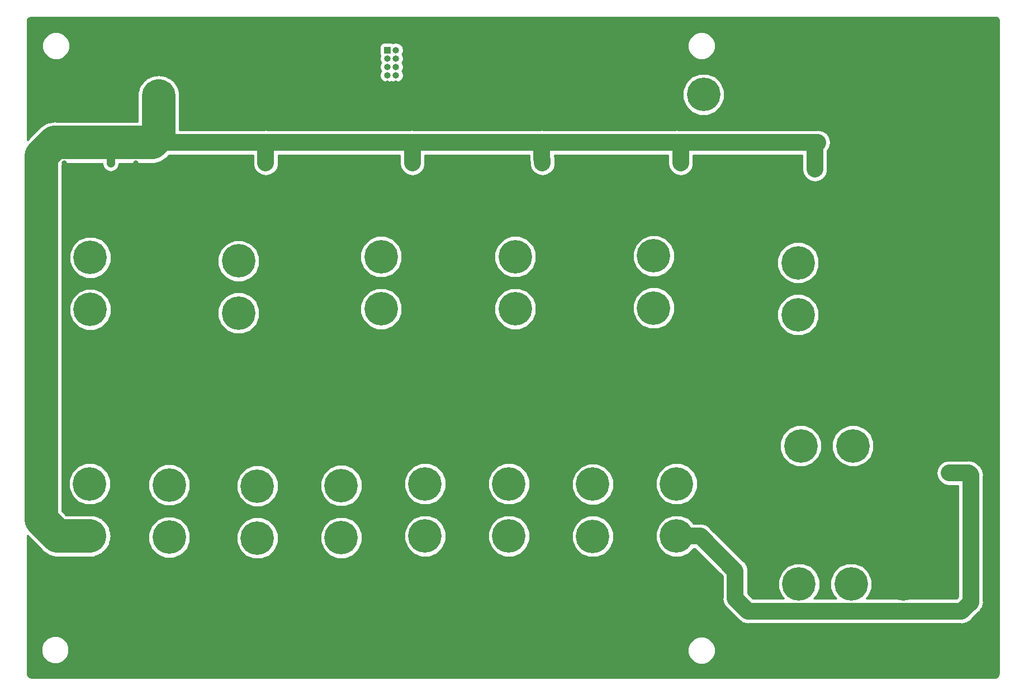
<source format=gbr>
G04 #@! TF.GenerationSoftware,KiCad,Pcbnew,(5.0.0)*
G04 #@! TF.CreationDate,2019-12-11T16:29:05-06:00*
G04 #@! TF.ProjectId,PatchPanel,506174636850616E656C2E6B69636164,rev?*
G04 #@! TF.SameCoordinates,Original*
G04 #@! TF.FileFunction,Copper,L2,Bot,Signal*
G04 #@! TF.FilePolarity,Positive*
%FSLAX46Y46*%
G04 Gerber Fmt 4.6, Leading zero omitted, Abs format (unit mm)*
G04 Created by KiCad (PCBNEW (5.0.0)) date 12/11/19 16:29:05*
%MOMM*%
%LPD*%
G01*
G04 APERTURE LIST*
G04 #@! TA.AperFunction,ComponentPad*
%ADD10C,5.080000*%
G04 #@! TD*
G04 #@! TA.AperFunction,ComponentPad*
%ADD11R,1.000000X1.000000*%
G04 #@! TD*
G04 #@! TA.AperFunction,ComponentPad*
%ADD12O,1.000000X1.000000*%
G04 #@! TD*
G04 #@! TA.AperFunction,ViaPad*
%ADD13C,0.800000*%
G04 #@! TD*
G04 #@! TA.AperFunction,Conductor*
%ADD14C,1.270000*%
G04 #@! TD*
G04 #@! TA.AperFunction,Conductor*
%ADD15C,5.080000*%
G04 #@! TD*
G04 #@! TA.AperFunction,Conductor*
%ADD16C,2.540000*%
G04 #@! TD*
G04 #@! TA.AperFunction,Conductor*
%ADD17C,0.254000*%
G04 #@! TD*
G04 APERTURE END LIST*
D10*
G04 #@! TO.P,Conn2,3*
G04 #@! TO.N,Net-(Conn2-Pad3)*
X159511782Y-132416060D03*
G04 #@! TO.P,Conn2,2*
G04 #@! TO.N,Net-(Conn2-Pad2)*
X167411782Y-132416060D03*
G04 #@! TO.P,Conn2,1*
G04 #@! TO.N,GND*
X175311782Y-132416060D03*
G04 #@! TD*
G04 #@! TO.P,Conn3,1*
G04 #@! TO.N,GND*
X74631060Y-75513218D03*
G04 #@! TO.P,Conn3,2*
G04 #@! TO.N,Net-(Conn3-Pad2)*
X74631060Y-83413218D03*
G04 #@! TO.P,Conn3,3*
G04 #@! TO.N,Net-(Conn3-Pad3)*
X74631060Y-91313218D03*
G04 #@! TD*
G04 #@! TO.P,Conn4,3*
G04 #@! TO.N,Net-(Conn4-Pad3)*
X159791782Y-111461060D03*
G04 #@! TO.P,Conn4,2*
G04 #@! TO.N,Net-(Conn4-Pad2)*
X167691782Y-111461060D03*
G04 #@! TO.P,Conn4,1*
G04 #@! TO.N,GND*
X175591782Y-111461060D03*
G04 #@! TD*
G04 #@! TO.P,Conn5,1*
G04 #@! TO.N,GND*
X96221060Y-74878218D03*
G04 #@! TO.P,Conn5,2*
G04 #@! TO.N,Net-(Conn5-Pad2)*
X96221060Y-82778218D03*
G04 #@! TO.P,Conn5,3*
G04 #@! TO.N,Net-(Conn5-Pad3)*
X96221060Y-90678218D03*
G04 #@! TD*
G04 #@! TO.P,Conn6,3*
G04 #@! TO.N,Net-(Conn6-Pad3)*
X159385000Y-91585744D03*
G04 #@! TO.P,Conn6,2*
G04 #@! TO.N,Net-(Conn6-Pad2)*
X159385000Y-83685744D03*
G04 #@! TO.P,Conn6,1*
G04 #@! TO.N,GND*
X159385000Y-75785744D03*
G04 #@! TD*
G04 #@! TO.P,Conn7,1*
G04 #@! TO.N,GND*
X116541060Y-74878218D03*
G04 #@! TO.P,Conn7,2*
G04 #@! TO.N,Net-(Conn7-Pad2)*
X116541060Y-82778218D03*
G04 #@! TO.P,Conn7,3*
G04 #@! TO.N,Net-(Conn7-Pad3)*
X116541060Y-90678218D03*
G04 #@! TD*
G04 #@! TO.P,Conn8,3*
G04 #@! TO.N,Net-(Conn8-Pad3)*
X137496060Y-90551218D03*
G04 #@! TO.P,Conn8,2*
G04 #@! TO.N,Net-(Conn8-Pad2)*
X137496060Y-82651218D03*
G04 #@! TO.P,Conn8,1*
G04 #@! TO.N,GND*
X137496060Y-74751218D03*
G04 #@! TD*
G04 #@! TO.P,Conn10,1*
G04 #@! TO.N,GND*
X77470000Y-133350000D03*
G04 #@! TO.P,Conn10,2*
G04 #@! TO.N,/Vlog*
X77470000Y-125450000D03*
G04 #@! TO.P,Conn10,3*
G04 #@! TO.N,/Vact*
X77470000Y-117550000D03*
G04 #@! TD*
G04 #@! TO.P,Conn11,3*
G04 #@! TO.N,/Vact*
X140970000Y-117221000D03*
G04 #@! TO.P,Conn11,2*
G04 #@! TO.N,/Vlog*
X140970000Y-125121000D03*
G04 #@! TO.P,Conn11,1*
G04 #@! TO.N,GND*
X140970000Y-133021000D03*
G04 #@! TD*
G04 #@! TO.P,Conn12,3*
G04 #@! TO.N,/Vact*
X90170000Y-117475000D03*
G04 #@! TO.P,Conn12,2*
G04 #@! TO.N,/Vlog*
X90170000Y-125375000D03*
G04 #@! TO.P,Conn12,1*
G04 #@! TO.N,GND*
X90170000Y-133275000D03*
G04 #@! TD*
G04 #@! TO.P,Conn13,1*
G04 #@! TO.N,GND*
X102870000Y-133021000D03*
G04 #@! TO.P,Conn13,2*
G04 #@! TO.N,/Vlog*
X102870000Y-125121000D03*
G04 #@! TO.P,Conn13,3*
G04 #@! TO.N,/Vact*
X102870000Y-117221000D03*
G04 #@! TD*
G04 #@! TO.P,Conn14,1*
G04 #@! TO.N,GND*
X115570000Y-133021000D03*
G04 #@! TO.P,Conn14,2*
G04 #@! TO.N,/Vlog*
X115570000Y-125121000D03*
G04 #@! TO.P,Conn14,3*
G04 #@! TO.N,/Vact*
X115570000Y-117221000D03*
G04 #@! TD*
G04 #@! TO.P,Conn15,3*
G04 #@! TO.N,/Vact*
X52070000Y-117221000D03*
G04 #@! TO.P,Conn15,2*
G04 #@! TO.N,/Vlog*
X52070000Y-125121000D03*
G04 #@! TO.P,Conn15,1*
G04 #@! TO.N,GND*
X52070000Y-133021000D03*
G04 #@! TD*
G04 #@! TO.P,Conn16,1*
G04 #@! TO.N,GND*
X128270000Y-133083000D03*
G04 #@! TO.P,Conn16,2*
G04 #@! TO.N,/Vlog*
X128270000Y-125183000D03*
G04 #@! TO.P,Conn16,3*
G04 #@! TO.N,/Vact*
X128270000Y-117283000D03*
G04 #@! TD*
G04 #@! TO.P,Conn1,1*
G04 #@! TO.N,GND*
X52163180Y-74979654D03*
G04 #@! TO.P,Conn1,2*
G04 #@! TO.N,Net-(Conn1-Pad2)*
X52163180Y-82879654D03*
G04 #@! TO.P,Conn1,3*
G04 #@! TO.N,Net-(Conn1-Pad3)*
X52163180Y-90779654D03*
G04 #@! TD*
G04 #@! TO.P,Conn18,1*
G04 #@! TO.N,GND*
X137160000Y-58166000D03*
G04 #@! TO.P,Conn18,2*
G04 #@! TO.N,/Vact*
X145060000Y-58166000D03*
G04 #@! TD*
G04 #@! TO.P,Conn9,1*
G04 #@! TO.N,GND*
X54610000Y-58420000D03*
G04 #@! TO.P,Conn9,2*
G04 #@! TO.N,/Vlog*
X62510000Y-58420000D03*
G04 #@! TD*
G04 #@! TO.P,Conn17,1*
G04 #@! TO.N,GND*
X64135000Y-133210000D03*
G04 #@! TO.P,Conn17,2*
G04 #@! TO.N,/Vlog*
X64135000Y-125310000D03*
G04 #@! TO.P,Conn17,3*
G04 #@! TO.N,/Vact*
X64135000Y-117410000D03*
G04 #@! TD*
D11*
G04 #@! TO.P,Conn19,1*
G04 #@! TO.N,PB1*
X97155000Y-51435000D03*
D12*
G04 #@! TO.P,Conn19,2*
G04 #@! TO.N,PB2*
X98425000Y-51435000D03*
G04 #@! TO.P,Conn19,3*
G04 #@! TO.N,PB3*
X97155000Y-52705000D03*
G04 #@! TO.P,Conn19,4*
G04 #@! TO.N,PB4*
X98425000Y-52705000D03*
G04 #@! TO.P,Conn19,5*
G04 #@! TO.N,PB5*
X97155000Y-53975000D03*
G04 #@! TO.P,Conn19,6*
G04 #@! TO.N,PB6*
X98425000Y-53975000D03*
G04 #@! TO.P,Conn19,7*
G04 #@! TO.N,PB7*
X97155000Y-55245000D03*
G04 #@! TO.P,Conn19,8*
G04 #@! TO.N,PB8*
X98425000Y-55245000D03*
G04 #@! TO.P,Conn19,9*
G04 #@! TO.N,GND*
X97155000Y-56515000D03*
G04 #@! TO.P,Conn19,10*
X98425000Y-56515000D03*
G04 #@! TD*
D13*
G04 #@! TO.N,GND*
X48260000Y-68580000D03*
X75565000Y-68580000D03*
X182245000Y-111125000D03*
X96520000Y-69215000D03*
X116205000Y-67945000D03*
X137160000Y-68580000D03*
X181610000Y-119380000D03*
X59055000Y-68580000D03*
X81915000Y-68580000D03*
X103505000Y-68580000D03*
X123825000Y-67945000D03*
X144780000Y-68580000D03*
X167005000Y-71120000D03*
X57251600Y-105384600D03*
X51993800Y-102387400D03*
X72415400Y-102946200D03*
X77774800Y-105435400D03*
X93954600Y-103149400D03*
X99110800Y-105511600D03*
X114300000Y-103251000D03*
X119481600Y-105511600D03*
X139547600Y-105308400D03*
X135204200Y-102082600D03*
X163093400Y-62433200D03*
X181089300Y-140195300D03*
X151091900Y-126479300D03*
X149860000Y-99060000D03*
X185420000Y-113030000D03*
X146050000Y-111760000D03*
G04 #@! TO.N,/Vlog*
X55245000Y-68580000D03*
X78740000Y-68580000D03*
X182245000Y-115570000D03*
X100965000Y-68580000D03*
X161925000Y-69487526D03*
X120650000Y-68580000D03*
X141605000Y-68580000D03*
X181610000Y-136525000D03*
G04 #@! TD*
D14*
G04 #@! TO.N,/Vlog*
X55245000Y-67310000D02*
X55245000Y-68580000D01*
X56515000Y-66040000D02*
X55245000Y-67310000D01*
X182245000Y-115570000D02*
X184785000Y-115570000D01*
X100965000Y-66040000D02*
X79375000Y-66040000D01*
X62865000Y-66040000D02*
X62510000Y-65685000D01*
X62865000Y-66040000D02*
X56515000Y-66040000D01*
X62510000Y-65685000D02*
X62510000Y-64452500D01*
D15*
X62510000Y-64452500D02*
X61522501Y-65439999D01*
X62510000Y-58420000D02*
X62510000Y-64452500D01*
D16*
X185521600Y-135153400D02*
X184150000Y-136525000D01*
X181610000Y-136525000D02*
X184150000Y-136525000D01*
X185229500Y-115570000D02*
X185521600Y-115862100D01*
X182245000Y-115570000D02*
X185229500Y-115570000D01*
X185521600Y-115862100D02*
X185521600Y-135153400D01*
X78740000Y-68580000D02*
X78740000Y-65439999D01*
X100965000Y-65541599D02*
X100863400Y-65439999D01*
X100965000Y-68580000D02*
X100965000Y-65541599D01*
X78740000Y-65439999D02*
X100863400Y-65439999D01*
X120573800Y-67938115D02*
X120573800Y-65439999D01*
X120650000Y-68014315D02*
X120573800Y-67938115D01*
X120650000Y-68580000D02*
X120650000Y-68014315D01*
X100863400Y-65439999D02*
X120573800Y-65439999D01*
X162324999Y-65497200D02*
X162382200Y-65439999D01*
X141605000Y-66074999D02*
X140970000Y-65439999D01*
X141605000Y-68580000D02*
X141605000Y-66074999D01*
X120573800Y-65439999D02*
X140970000Y-65439999D01*
X140970000Y-65439999D02*
X162382200Y-65439999D01*
X161925000Y-65897199D02*
X162382200Y-65439999D01*
X161925000Y-69487526D02*
X161925000Y-65897199D01*
D15*
X46752799Y-65439999D02*
X61522501Y-65439999D01*
X44725010Y-67467788D02*
X46752799Y-65439999D01*
X44725010Y-122638112D02*
X44725010Y-67467788D01*
X52070000Y-125121000D02*
X47207898Y-125121000D01*
X47207898Y-125121000D02*
X44725010Y-122638112D01*
D16*
X144562102Y-125121000D02*
X149860000Y-130418898D01*
X140970000Y-125121000D02*
X144562102Y-125121000D01*
X149860000Y-130418898D02*
X149860000Y-134620000D01*
X151765000Y-136525000D02*
X181610000Y-136525000D01*
X149860000Y-134620000D02*
X151765000Y-136525000D01*
X78740000Y-65439999D02*
X61522501Y-65439999D01*
G04 #@! TD*
D17*
G04 #@! TO.N,GND*
G36*
X189417787Y-46474065D02*
X189582920Y-46569405D01*
X189705488Y-46715477D01*
X189781555Y-46924465D01*
X189790000Y-47020996D01*
X189790001Y-145987875D01*
X189745935Y-146237787D01*
X189650596Y-146402919D01*
X189504524Y-146525488D01*
X189295532Y-146601555D01*
X189199004Y-146610000D01*
X43242119Y-146610000D01*
X42992213Y-146565935D01*
X42827081Y-146470596D01*
X42704512Y-146324524D01*
X42628445Y-146115532D01*
X42620000Y-146019004D01*
X42620000Y-141947653D01*
X44729400Y-141947653D01*
X44729400Y-142786347D01*
X45050354Y-143561199D01*
X45643401Y-144154246D01*
X46418253Y-144475200D01*
X47256947Y-144475200D01*
X48031799Y-144154246D01*
X48624846Y-143561199D01*
X48945800Y-142786347D01*
X48945800Y-142074653D01*
X142671800Y-142074653D01*
X142671800Y-142913347D01*
X142992754Y-143688199D01*
X143585801Y-144281246D01*
X144360653Y-144602200D01*
X145199347Y-144602200D01*
X145974199Y-144281246D01*
X146567246Y-143688199D01*
X146888200Y-142913347D01*
X146888200Y-142074653D01*
X146567246Y-141299801D01*
X145974199Y-140706754D01*
X145199347Y-140385800D01*
X144360653Y-140385800D01*
X143585801Y-140706754D01*
X142992754Y-141299801D01*
X142671800Y-142074653D01*
X48945800Y-142074653D01*
X48945800Y-141947653D01*
X48624846Y-141172801D01*
X48031799Y-140579754D01*
X47256947Y-140258800D01*
X46418253Y-140258800D01*
X45643401Y-140579754D01*
X45050354Y-141172801D01*
X44729400Y-141947653D01*
X42620000Y-141947653D01*
X42620000Y-125050129D01*
X42701066Y-125104295D01*
X44741716Y-127144946D01*
X44918851Y-127410047D01*
X45969075Y-128111784D01*
X46895192Y-128296000D01*
X46895193Y-128296000D01*
X47207898Y-128358201D01*
X47520603Y-128296000D01*
X52701547Y-128296000D01*
X52996117Y-128173985D01*
X53308823Y-128111784D01*
X53573923Y-127934650D01*
X53868493Y-127812635D01*
X54093947Y-127587181D01*
X54359047Y-127410047D01*
X54536181Y-127144947D01*
X54761635Y-126919493D01*
X54883650Y-126624923D01*
X55060784Y-126359823D01*
X55122985Y-126047117D01*
X55245000Y-125752547D01*
X55245000Y-125433706D01*
X55307201Y-125121000D01*
X55245000Y-124808294D01*
X55245000Y-124678453D01*
X60960000Y-124678453D01*
X60960000Y-125941547D01*
X61443365Y-127108493D01*
X62336507Y-128001635D01*
X63503453Y-128485000D01*
X64766547Y-128485000D01*
X65933493Y-128001635D01*
X66826635Y-127108493D01*
X67310000Y-125941547D01*
X67310000Y-124818453D01*
X74295000Y-124818453D01*
X74295000Y-126081547D01*
X74778365Y-127248493D01*
X75671507Y-128141635D01*
X76838453Y-128625000D01*
X78101547Y-128625000D01*
X79268493Y-128141635D01*
X80161635Y-127248493D01*
X80645000Y-126081547D01*
X80645000Y-124818453D01*
X80613934Y-124743453D01*
X86995000Y-124743453D01*
X86995000Y-126006547D01*
X87478365Y-127173493D01*
X88371507Y-128066635D01*
X89538453Y-128550000D01*
X90801547Y-128550000D01*
X91968493Y-128066635D01*
X92861635Y-127173493D01*
X93345000Y-126006547D01*
X93345000Y-124743453D01*
X93239790Y-124489453D01*
X99695000Y-124489453D01*
X99695000Y-125752547D01*
X100178365Y-126919493D01*
X101071507Y-127812635D01*
X102238453Y-128296000D01*
X103501547Y-128296000D01*
X104668493Y-127812635D01*
X105561635Y-126919493D01*
X106045000Y-125752547D01*
X106045000Y-124489453D01*
X112395000Y-124489453D01*
X112395000Y-125752547D01*
X112878365Y-126919493D01*
X113771507Y-127812635D01*
X114938453Y-128296000D01*
X116201547Y-128296000D01*
X117368493Y-127812635D01*
X118261635Y-126919493D01*
X118745000Y-125752547D01*
X118745000Y-124551453D01*
X125095000Y-124551453D01*
X125095000Y-125814547D01*
X125578365Y-126981493D01*
X126471507Y-127874635D01*
X127638453Y-128358000D01*
X128901547Y-128358000D01*
X130068493Y-127874635D01*
X130961635Y-126981493D01*
X131445000Y-125814547D01*
X131445000Y-124551453D01*
X131419319Y-124489453D01*
X137795000Y-124489453D01*
X137795000Y-125752547D01*
X138278365Y-126919493D01*
X139171507Y-127812635D01*
X140338453Y-128296000D01*
X141601547Y-128296000D01*
X142768493Y-127812635D01*
X143555128Y-127026000D01*
X143773026Y-127026000D01*
X147955000Y-131207974D01*
X147955001Y-134432375D01*
X147917680Y-134620000D01*
X148065530Y-135363294D01*
X148380290Y-135834366D01*
X148380293Y-135834369D01*
X148486573Y-135993428D01*
X148645632Y-136099708D01*
X150285292Y-137739368D01*
X150391572Y-137898428D01*
X150550631Y-138004708D01*
X150550633Y-138004710D01*
X150854833Y-138207970D01*
X151021706Y-138319471D01*
X151577374Y-138430000D01*
X151577379Y-138430000D01*
X151765000Y-138467320D01*
X151952621Y-138430000D01*
X183962379Y-138430000D01*
X184150000Y-138467320D01*
X184337621Y-138430000D01*
X184337626Y-138430000D01*
X184893294Y-138319471D01*
X185523428Y-137898428D01*
X185629710Y-137739366D01*
X186735968Y-136633109D01*
X186895028Y-136526828D01*
X187033811Y-136319126D01*
X187316070Y-135896695D01*
X187316071Y-135896694D01*
X187426600Y-135341026D01*
X187426600Y-135341022D01*
X187463920Y-135153401D01*
X187426600Y-134965780D01*
X187426600Y-116049721D01*
X187463920Y-115862100D01*
X187426600Y-115674479D01*
X187426600Y-115674474D01*
X187316071Y-115118806D01*
X186895028Y-114488672D01*
X186735966Y-114382390D01*
X186709210Y-114355634D01*
X186602928Y-114196572D01*
X185972794Y-113775529D01*
X185417126Y-113665000D01*
X185417121Y-113665000D01*
X185229500Y-113627680D01*
X185041879Y-113665000D01*
X182057374Y-113665000D01*
X181501706Y-113775529D01*
X180871572Y-114196572D01*
X180450529Y-114826706D01*
X180302679Y-115570000D01*
X180450529Y-116313294D01*
X180871572Y-116943428D01*
X181501706Y-117364471D01*
X182057374Y-117475000D01*
X183616600Y-117475000D01*
X183616601Y-134364322D01*
X183360924Y-134620000D01*
X169697970Y-134620000D01*
X170103417Y-134214553D01*
X170586782Y-133047607D01*
X170586782Y-131784513D01*
X170103417Y-130617567D01*
X169210275Y-129724425D01*
X168043329Y-129241060D01*
X166780235Y-129241060D01*
X165613289Y-129724425D01*
X164720147Y-130617567D01*
X164236782Y-131784513D01*
X164236782Y-133047607D01*
X164720147Y-134214553D01*
X165125594Y-134620000D01*
X161797970Y-134620000D01*
X162203417Y-134214553D01*
X162686782Y-133047607D01*
X162686782Y-131784513D01*
X162203417Y-130617567D01*
X161310275Y-129724425D01*
X160143329Y-129241060D01*
X158880235Y-129241060D01*
X157713289Y-129724425D01*
X156820147Y-130617567D01*
X156336782Y-131784513D01*
X156336782Y-133047607D01*
X156820147Y-134214553D01*
X157225594Y-134620000D01*
X152554077Y-134620000D01*
X151765000Y-133830924D01*
X151765000Y-130606518D01*
X151802320Y-130418897D01*
X151765000Y-130231276D01*
X151765000Y-130231272D01*
X151654471Y-129675604D01*
X151233428Y-129045470D01*
X151074366Y-128939188D01*
X146041812Y-123906634D01*
X145935530Y-123747572D01*
X145305396Y-123326529D01*
X144749728Y-123216000D01*
X144749723Y-123216000D01*
X144562102Y-123178680D01*
X144374481Y-123216000D01*
X143555128Y-123216000D01*
X142768493Y-122429365D01*
X141601547Y-121946000D01*
X140338453Y-121946000D01*
X139171507Y-122429365D01*
X138278365Y-123322507D01*
X137795000Y-124489453D01*
X131419319Y-124489453D01*
X130961635Y-123384507D01*
X130068493Y-122491365D01*
X128901547Y-122008000D01*
X127638453Y-122008000D01*
X126471507Y-122491365D01*
X125578365Y-123384507D01*
X125095000Y-124551453D01*
X118745000Y-124551453D01*
X118745000Y-124489453D01*
X118261635Y-123322507D01*
X117368493Y-122429365D01*
X116201547Y-121946000D01*
X114938453Y-121946000D01*
X113771507Y-122429365D01*
X112878365Y-123322507D01*
X112395000Y-124489453D01*
X106045000Y-124489453D01*
X105561635Y-123322507D01*
X104668493Y-122429365D01*
X103501547Y-121946000D01*
X102238453Y-121946000D01*
X101071507Y-122429365D01*
X100178365Y-123322507D01*
X99695000Y-124489453D01*
X93239790Y-124489453D01*
X92861635Y-123576507D01*
X91968493Y-122683365D01*
X90801547Y-122200000D01*
X89538453Y-122200000D01*
X88371507Y-122683365D01*
X87478365Y-123576507D01*
X86995000Y-124743453D01*
X80613934Y-124743453D01*
X80161635Y-123651507D01*
X79268493Y-122758365D01*
X78101547Y-122275000D01*
X76838453Y-122275000D01*
X75671507Y-122758365D01*
X74778365Y-123651507D01*
X74295000Y-124818453D01*
X67310000Y-124818453D01*
X67310000Y-124678453D01*
X66826635Y-123511507D01*
X65933493Y-122618365D01*
X64766547Y-122135000D01*
X63503453Y-122135000D01*
X62336507Y-122618365D01*
X61443365Y-123511507D01*
X60960000Y-124678453D01*
X55245000Y-124678453D01*
X55245000Y-124489453D01*
X55122985Y-124194883D01*
X55060784Y-123882177D01*
X54883650Y-123617077D01*
X54761635Y-123322507D01*
X54536180Y-123097052D01*
X54359047Y-122831953D01*
X54093947Y-122654819D01*
X53868493Y-122429365D01*
X53573923Y-122307350D01*
X53308823Y-122130216D01*
X52996117Y-122068015D01*
X52701547Y-121946000D01*
X48523026Y-121946000D01*
X47900010Y-121322985D01*
X47900010Y-116589453D01*
X48895000Y-116589453D01*
X48895000Y-117852547D01*
X49378365Y-119019493D01*
X50271507Y-119912635D01*
X51438453Y-120396000D01*
X52701547Y-120396000D01*
X53868493Y-119912635D01*
X54761635Y-119019493D01*
X55245000Y-117852547D01*
X55245000Y-116778453D01*
X60960000Y-116778453D01*
X60960000Y-118041547D01*
X61443365Y-119208493D01*
X62336507Y-120101635D01*
X63503453Y-120585000D01*
X64766547Y-120585000D01*
X65933493Y-120101635D01*
X66826635Y-119208493D01*
X67310000Y-118041547D01*
X67310000Y-116918453D01*
X74295000Y-116918453D01*
X74295000Y-118181547D01*
X74778365Y-119348493D01*
X75671507Y-120241635D01*
X76838453Y-120725000D01*
X78101547Y-120725000D01*
X79268493Y-120241635D01*
X80161635Y-119348493D01*
X80645000Y-118181547D01*
X80645000Y-116918453D01*
X80613934Y-116843453D01*
X86995000Y-116843453D01*
X86995000Y-118106547D01*
X87478365Y-119273493D01*
X88371507Y-120166635D01*
X89538453Y-120650000D01*
X90801547Y-120650000D01*
X91968493Y-120166635D01*
X92861635Y-119273493D01*
X93345000Y-118106547D01*
X93345000Y-116843453D01*
X93239790Y-116589453D01*
X99695000Y-116589453D01*
X99695000Y-117852547D01*
X100178365Y-119019493D01*
X101071507Y-119912635D01*
X102238453Y-120396000D01*
X103501547Y-120396000D01*
X104668493Y-119912635D01*
X105561635Y-119019493D01*
X106045000Y-117852547D01*
X106045000Y-116589453D01*
X112395000Y-116589453D01*
X112395000Y-117852547D01*
X112878365Y-119019493D01*
X113771507Y-119912635D01*
X114938453Y-120396000D01*
X116201547Y-120396000D01*
X117368493Y-119912635D01*
X118261635Y-119019493D01*
X118745000Y-117852547D01*
X118745000Y-116651453D01*
X125095000Y-116651453D01*
X125095000Y-117914547D01*
X125578365Y-119081493D01*
X126471507Y-119974635D01*
X127638453Y-120458000D01*
X128901547Y-120458000D01*
X130068493Y-119974635D01*
X130961635Y-119081493D01*
X131445000Y-117914547D01*
X131445000Y-116651453D01*
X131419319Y-116589453D01*
X137795000Y-116589453D01*
X137795000Y-117852547D01*
X138278365Y-119019493D01*
X139171507Y-119912635D01*
X140338453Y-120396000D01*
X141601547Y-120396000D01*
X142768493Y-119912635D01*
X143661635Y-119019493D01*
X144145000Y-117852547D01*
X144145000Y-116589453D01*
X143661635Y-115422507D01*
X142768493Y-114529365D01*
X141601547Y-114046000D01*
X140338453Y-114046000D01*
X139171507Y-114529365D01*
X138278365Y-115422507D01*
X137795000Y-116589453D01*
X131419319Y-116589453D01*
X130961635Y-115484507D01*
X130068493Y-114591365D01*
X128901547Y-114108000D01*
X127638453Y-114108000D01*
X126471507Y-114591365D01*
X125578365Y-115484507D01*
X125095000Y-116651453D01*
X118745000Y-116651453D01*
X118745000Y-116589453D01*
X118261635Y-115422507D01*
X117368493Y-114529365D01*
X116201547Y-114046000D01*
X114938453Y-114046000D01*
X113771507Y-114529365D01*
X112878365Y-115422507D01*
X112395000Y-116589453D01*
X106045000Y-116589453D01*
X105561635Y-115422507D01*
X104668493Y-114529365D01*
X103501547Y-114046000D01*
X102238453Y-114046000D01*
X101071507Y-114529365D01*
X100178365Y-115422507D01*
X99695000Y-116589453D01*
X93239790Y-116589453D01*
X92861635Y-115676507D01*
X91968493Y-114783365D01*
X90801547Y-114300000D01*
X89538453Y-114300000D01*
X88371507Y-114783365D01*
X87478365Y-115676507D01*
X86995000Y-116843453D01*
X80613934Y-116843453D01*
X80161635Y-115751507D01*
X79268493Y-114858365D01*
X78101547Y-114375000D01*
X76838453Y-114375000D01*
X75671507Y-114858365D01*
X74778365Y-115751507D01*
X74295000Y-116918453D01*
X67310000Y-116918453D01*
X67310000Y-116778453D01*
X66826635Y-115611507D01*
X65933493Y-114718365D01*
X64766547Y-114235000D01*
X63503453Y-114235000D01*
X62336507Y-114718365D01*
X61443365Y-115611507D01*
X60960000Y-116778453D01*
X55245000Y-116778453D01*
X55245000Y-116589453D01*
X54761635Y-115422507D01*
X53868493Y-114529365D01*
X52701547Y-114046000D01*
X51438453Y-114046000D01*
X50271507Y-114529365D01*
X49378365Y-115422507D01*
X48895000Y-116589453D01*
X47900010Y-116589453D01*
X47900010Y-110829513D01*
X156616782Y-110829513D01*
X156616782Y-112092607D01*
X157100147Y-113259553D01*
X157993289Y-114152695D01*
X159160235Y-114636060D01*
X160423329Y-114636060D01*
X161590275Y-114152695D01*
X162483417Y-113259553D01*
X162966782Y-112092607D01*
X162966782Y-110829513D01*
X164516782Y-110829513D01*
X164516782Y-112092607D01*
X165000147Y-113259553D01*
X165893289Y-114152695D01*
X167060235Y-114636060D01*
X168323329Y-114636060D01*
X169490275Y-114152695D01*
X170383417Y-113259553D01*
X170866782Y-112092607D01*
X170866782Y-110829513D01*
X170383417Y-109662567D01*
X169490275Y-108769425D01*
X168323329Y-108286060D01*
X167060235Y-108286060D01*
X165893289Y-108769425D01*
X165000147Y-109662567D01*
X164516782Y-110829513D01*
X162966782Y-110829513D01*
X162483417Y-109662567D01*
X161590275Y-108769425D01*
X160423329Y-108286060D01*
X159160235Y-108286060D01*
X157993289Y-108769425D01*
X157100147Y-109662567D01*
X156616782Y-110829513D01*
X47900010Y-110829513D01*
X47900010Y-90148107D01*
X48988180Y-90148107D01*
X48988180Y-91411201D01*
X49471545Y-92578147D01*
X50364687Y-93471289D01*
X51531633Y-93954654D01*
X52794727Y-93954654D01*
X53961673Y-93471289D01*
X54854815Y-92578147D01*
X55338180Y-91411201D01*
X55338180Y-90681671D01*
X71456060Y-90681671D01*
X71456060Y-91944765D01*
X71939425Y-93111711D01*
X72832567Y-94004853D01*
X73999513Y-94488218D01*
X75262607Y-94488218D01*
X76429553Y-94004853D01*
X77322695Y-93111711D01*
X77806060Y-91944765D01*
X77806060Y-90681671D01*
X77543035Y-90046671D01*
X93046060Y-90046671D01*
X93046060Y-91309765D01*
X93529425Y-92476711D01*
X94422567Y-93369853D01*
X95589513Y-93853218D01*
X96852607Y-93853218D01*
X98019553Y-93369853D01*
X98912695Y-92476711D01*
X99396060Y-91309765D01*
X99396060Y-90046671D01*
X113366060Y-90046671D01*
X113366060Y-91309765D01*
X113849425Y-92476711D01*
X114742567Y-93369853D01*
X115909513Y-93853218D01*
X117172607Y-93853218D01*
X118339553Y-93369853D01*
X119232695Y-92476711D01*
X119716060Y-91309765D01*
X119716060Y-90046671D01*
X119663455Y-89919671D01*
X134321060Y-89919671D01*
X134321060Y-91182765D01*
X134804425Y-92349711D01*
X135697567Y-93242853D01*
X136864513Y-93726218D01*
X138127607Y-93726218D01*
X139294553Y-93242853D01*
X140187695Y-92349711D01*
X140671060Y-91182765D01*
X140671060Y-90954197D01*
X156210000Y-90954197D01*
X156210000Y-92217291D01*
X156693365Y-93384237D01*
X157586507Y-94277379D01*
X158753453Y-94760744D01*
X160016547Y-94760744D01*
X161183493Y-94277379D01*
X162076635Y-93384237D01*
X162560000Y-92217291D01*
X162560000Y-90954197D01*
X162076635Y-89787251D01*
X161183493Y-88894109D01*
X160016547Y-88410744D01*
X158753453Y-88410744D01*
X157586507Y-88894109D01*
X156693365Y-89787251D01*
X156210000Y-90954197D01*
X140671060Y-90954197D01*
X140671060Y-89919671D01*
X140187695Y-88752725D01*
X139294553Y-87859583D01*
X138127607Y-87376218D01*
X136864513Y-87376218D01*
X135697567Y-87859583D01*
X134804425Y-88752725D01*
X134321060Y-89919671D01*
X119663455Y-89919671D01*
X119232695Y-88879725D01*
X118339553Y-87986583D01*
X117172607Y-87503218D01*
X115909513Y-87503218D01*
X114742567Y-87986583D01*
X113849425Y-88879725D01*
X113366060Y-90046671D01*
X99396060Y-90046671D01*
X98912695Y-88879725D01*
X98019553Y-87986583D01*
X96852607Y-87503218D01*
X95589513Y-87503218D01*
X94422567Y-87986583D01*
X93529425Y-88879725D01*
X93046060Y-90046671D01*
X77543035Y-90046671D01*
X77322695Y-89514725D01*
X76429553Y-88621583D01*
X75262607Y-88138218D01*
X73999513Y-88138218D01*
X72832567Y-88621583D01*
X71939425Y-89514725D01*
X71456060Y-90681671D01*
X55338180Y-90681671D01*
X55338180Y-90148107D01*
X54854815Y-88981161D01*
X53961673Y-88088019D01*
X52794727Y-87604654D01*
X51531633Y-87604654D01*
X50364687Y-88088019D01*
X49471545Y-88981161D01*
X48988180Y-90148107D01*
X47900010Y-90148107D01*
X47900010Y-82248107D01*
X48988180Y-82248107D01*
X48988180Y-83511201D01*
X49471545Y-84678147D01*
X50364687Y-85571289D01*
X51531633Y-86054654D01*
X52794727Y-86054654D01*
X53961673Y-85571289D01*
X54854815Y-84678147D01*
X55338180Y-83511201D01*
X55338180Y-82781671D01*
X71456060Y-82781671D01*
X71456060Y-84044765D01*
X71939425Y-85211711D01*
X72832567Y-86104853D01*
X73999513Y-86588218D01*
X75262607Y-86588218D01*
X76429553Y-86104853D01*
X77322695Y-85211711D01*
X77806060Y-84044765D01*
X77806060Y-82781671D01*
X77543035Y-82146671D01*
X93046060Y-82146671D01*
X93046060Y-83409765D01*
X93529425Y-84576711D01*
X94422567Y-85469853D01*
X95589513Y-85953218D01*
X96852607Y-85953218D01*
X98019553Y-85469853D01*
X98912695Y-84576711D01*
X99396060Y-83409765D01*
X99396060Y-82146671D01*
X113366060Y-82146671D01*
X113366060Y-83409765D01*
X113849425Y-84576711D01*
X114742567Y-85469853D01*
X115909513Y-85953218D01*
X117172607Y-85953218D01*
X118339553Y-85469853D01*
X119232695Y-84576711D01*
X119716060Y-83409765D01*
X119716060Y-82146671D01*
X119663455Y-82019671D01*
X134321060Y-82019671D01*
X134321060Y-83282765D01*
X134804425Y-84449711D01*
X135697567Y-85342853D01*
X136864513Y-85826218D01*
X138127607Y-85826218D01*
X139294553Y-85342853D01*
X140187695Y-84449711D01*
X140671060Y-83282765D01*
X140671060Y-83054197D01*
X156210000Y-83054197D01*
X156210000Y-84317291D01*
X156693365Y-85484237D01*
X157586507Y-86377379D01*
X158753453Y-86860744D01*
X160016547Y-86860744D01*
X161183493Y-86377379D01*
X162076635Y-85484237D01*
X162560000Y-84317291D01*
X162560000Y-83054197D01*
X162076635Y-81887251D01*
X161183493Y-80994109D01*
X160016547Y-80510744D01*
X158753453Y-80510744D01*
X157586507Y-80994109D01*
X156693365Y-81887251D01*
X156210000Y-83054197D01*
X140671060Y-83054197D01*
X140671060Y-82019671D01*
X140187695Y-80852725D01*
X139294553Y-79959583D01*
X138127607Y-79476218D01*
X136864513Y-79476218D01*
X135697567Y-79959583D01*
X134804425Y-80852725D01*
X134321060Y-82019671D01*
X119663455Y-82019671D01*
X119232695Y-80979725D01*
X118339553Y-80086583D01*
X117172607Y-79603218D01*
X115909513Y-79603218D01*
X114742567Y-80086583D01*
X113849425Y-80979725D01*
X113366060Y-82146671D01*
X99396060Y-82146671D01*
X98912695Y-80979725D01*
X98019553Y-80086583D01*
X96852607Y-79603218D01*
X95589513Y-79603218D01*
X94422567Y-80086583D01*
X93529425Y-80979725D01*
X93046060Y-82146671D01*
X77543035Y-82146671D01*
X77322695Y-81614725D01*
X76429553Y-80721583D01*
X75262607Y-80238218D01*
X73999513Y-80238218D01*
X72832567Y-80721583D01*
X71939425Y-81614725D01*
X71456060Y-82781671D01*
X55338180Y-82781671D01*
X55338180Y-82248107D01*
X54854815Y-81081161D01*
X53961673Y-80188019D01*
X52794727Y-79704654D01*
X51531633Y-79704654D01*
X50364687Y-80188019D01*
X49471545Y-81081161D01*
X48988180Y-82248107D01*
X47900010Y-82248107D01*
X47900010Y-68782915D01*
X48067927Y-68614999D01*
X53975000Y-68614999D01*
X53975000Y-68705080D01*
X54048687Y-69075529D01*
X54329383Y-69495618D01*
X54749472Y-69776313D01*
X55245000Y-69874880D01*
X55740529Y-69776313D01*
X56160618Y-69495618D01*
X56441313Y-69075529D01*
X56515000Y-68705080D01*
X56515000Y-68614999D01*
X61209796Y-68614999D01*
X61522501Y-68677200D01*
X61835206Y-68614999D01*
X61835207Y-68614999D01*
X62761324Y-68430783D01*
X63811548Y-67729046D01*
X63988684Y-67463943D01*
X64107628Y-67344999D01*
X76835000Y-67344999D01*
X76835000Y-68767625D01*
X76945529Y-69323293D01*
X77366572Y-69953428D01*
X77996706Y-70374471D01*
X78740000Y-70522321D01*
X79483293Y-70374471D01*
X80113428Y-69953428D01*
X80534471Y-69323294D01*
X80645000Y-68767626D01*
X80645000Y-67344999D01*
X99060000Y-67344999D01*
X99060000Y-68767625D01*
X99170529Y-69323293D01*
X99591572Y-69953428D01*
X100221706Y-70374471D01*
X100965000Y-70522321D01*
X101708293Y-70374471D01*
X102338428Y-69953428D01*
X102759471Y-69323294D01*
X102870000Y-68767626D01*
X102870000Y-67344999D01*
X118668800Y-67344999D01*
X118668800Y-67750494D01*
X118631480Y-67938115D01*
X118668800Y-68125736D01*
X118668800Y-68125740D01*
X118745000Y-68508824D01*
X118745000Y-68767625D01*
X118855529Y-69323293D01*
X119276572Y-69953428D01*
X119906706Y-70374471D01*
X120650000Y-70522321D01*
X121393293Y-70374471D01*
X122023428Y-69953428D01*
X122444471Y-69323294D01*
X122555000Y-68767626D01*
X122555000Y-68201935D01*
X122592320Y-68014314D01*
X122555000Y-67826693D01*
X122555000Y-67826690D01*
X122478800Y-67443605D01*
X122478800Y-67344999D01*
X139700000Y-67344999D01*
X139700000Y-68767625D01*
X139810529Y-69323293D01*
X140231572Y-69953428D01*
X140861706Y-70374471D01*
X141605000Y-70522321D01*
X142348293Y-70374471D01*
X142978428Y-69953428D01*
X143399471Y-69323294D01*
X143510000Y-68767626D01*
X143510000Y-67344999D01*
X160020001Y-67344999D01*
X160020000Y-69675151D01*
X160130529Y-70230819D01*
X160551572Y-70860954D01*
X161181706Y-71281997D01*
X161925000Y-71429847D01*
X162668293Y-71281997D01*
X163298428Y-70860954D01*
X163719471Y-70230820D01*
X163830000Y-69675152D01*
X163830000Y-66702122D01*
X164176671Y-66183293D01*
X164324521Y-65439999D01*
X164176671Y-64696705D01*
X163755628Y-64066571D01*
X163125494Y-63645528D01*
X162569826Y-63534999D01*
X162569820Y-63534999D01*
X162382199Y-63497679D01*
X162194578Y-63534999D01*
X141157621Y-63534999D01*
X140970000Y-63497679D01*
X140782379Y-63534999D01*
X120761426Y-63534999D01*
X120573800Y-63497678D01*
X120386174Y-63534999D01*
X101051021Y-63534999D01*
X100863400Y-63497679D01*
X100675779Y-63534999D01*
X78927626Y-63534999D01*
X78740000Y-63497678D01*
X78552374Y-63534999D01*
X65685000Y-63534999D01*
X65685000Y-57788453D01*
X65579790Y-57534453D01*
X141885000Y-57534453D01*
X141885000Y-58797547D01*
X142368365Y-59964493D01*
X143261507Y-60857635D01*
X144428453Y-61341000D01*
X145691547Y-61341000D01*
X146858493Y-60857635D01*
X147751635Y-59964493D01*
X148235000Y-58797547D01*
X148235000Y-57534453D01*
X147751635Y-56367507D01*
X146858493Y-55474365D01*
X145691547Y-54991000D01*
X144428453Y-54991000D01*
X143261507Y-55474365D01*
X142368365Y-56367507D01*
X141885000Y-57534453D01*
X65579790Y-57534453D01*
X65562985Y-57493883D01*
X65500784Y-57181177D01*
X65323650Y-56916077D01*
X65201635Y-56621507D01*
X64976181Y-56396053D01*
X64799047Y-56130953D01*
X64533947Y-55953819D01*
X64308493Y-55728365D01*
X64013921Y-55606349D01*
X63748822Y-55429216D01*
X63436118Y-55367015D01*
X63141547Y-55245000D01*
X62822706Y-55245000D01*
X62510000Y-55182799D01*
X62197294Y-55245000D01*
X61878453Y-55245000D01*
X61583883Y-55367015D01*
X61271177Y-55429216D01*
X61006077Y-55606350D01*
X60711507Y-55728365D01*
X60486053Y-55953819D01*
X60220953Y-56130953D01*
X60043819Y-56396053D01*
X59818365Y-56621507D01*
X59696349Y-56916079D01*
X59519216Y-57181178D01*
X59457015Y-57493882D01*
X59335000Y-57788453D01*
X59335000Y-58107295D01*
X59335001Y-62264999D01*
X47065504Y-62264999D01*
X46752799Y-62202798D01*
X46440094Y-62264999D01*
X46440093Y-62264999D01*
X45513976Y-62449215D01*
X44463752Y-63150952D01*
X44286618Y-63416052D01*
X42701064Y-65001607D01*
X42620000Y-65055772D01*
X42620000Y-50380653D01*
X44881800Y-50380653D01*
X44881800Y-51219347D01*
X45202754Y-51994199D01*
X45795801Y-52587246D01*
X46570653Y-52908200D01*
X47409347Y-52908200D01*
X47899915Y-52705000D01*
X95997765Y-52705000D01*
X96085854Y-53147855D01*
X96214241Y-53340000D01*
X96085854Y-53532145D01*
X95997765Y-53975000D01*
X96085854Y-54417855D01*
X96214241Y-54610000D01*
X96085854Y-54802145D01*
X95997765Y-55245000D01*
X96085854Y-55687855D01*
X96336711Y-56063289D01*
X96712145Y-56314146D01*
X97043217Y-56380000D01*
X97266783Y-56380000D01*
X97597855Y-56314146D01*
X97790000Y-56185759D01*
X97982145Y-56314146D01*
X98313217Y-56380000D01*
X98536783Y-56380000D01*
X98867855Y-56314146D01*
X99243289Y-56063289D01*
X99494146Y-55687855D01*
X99582235Y-55245000D01*
X99494146Y-54802145D01*
X99365759Y-54610000D01*
X99494146Y-54417855D01*
X99582235Y-53975000D01*
X99494146Y-53532145D01*
X99365759Y-53340000D01*
X99494146Y-53147855D01*
X99582235Y-52705000D01*
X99494146Y-52262145D01*
X99365759Y-52070000D01*
X99494146Y-51877855D01*
X99582235Y-51435000D01*
X99494146Y-50992145D01*
X99243289Y-50616711D01*
X98890004Y-50380653D01*
X142671800Y-50380653D01*
X142671800Y-51219347D01*
X142992754Y-51994199D01*
X143585801Y-52587246D01*
X144360653Y-52908200D01*
X145199347Y-52908200D01*
X145974199Y-52587246D01*
X146567246Y-51994199D01*
X146888200Y-51219347D01*
X146888200Y-50380653D01*
X146567246Y-49605801D01*
X145974199Y-49012754D01*
X145199347Y-48691800D01*
X144360653Y-48691800D01*
X143585801Y-49012754D01*
X142992754Y-49605801D01*
X142671800Y-50380653D01*
X98890004Y-50380653D01*
X98867855Y-50365854D01*
X98536783Y-50300000D01*
X98313217Y-50300000D01*
X97982145Y-50365854D01*
X97964164Y-50377869D01*
X97902765Y-50336843D01*
X97655000Y-50287560D01*
X96655000Y-50287560D01*
X96407235Y-50336843D01*
X96197191Y-50477191D01*
X96056843Y-50687235D01*
X96007560Y-50935000D01*
X96007560Y-51935000D01*
X96056843Y-52182765D01*
X96097869Y-52244164D01*
X96085854Y-52262145D01*
X95997765Y-52705000D01*
X47899915Y-52705000D01*
X48184199Y-52587246D01*
X48777246Y-51994199D01*
X49098200Y-51219347D01*
X49098200Y-50380653D01*
X48777246Y-49605801D01*
X48184199Y-49012754D01*
X47409347Y-48691800D01*
X46570653Y-48691800D01*
X45795801Y-49012754D01*
X45202754Y-49605801D01*
X44881800Y-50380653D01*
X42620000Y-50380653D01*
X42620000Y-47052119D01*
X42664065Y-46802213D01*
X42759405Y-46637080D01*
X42905477Y-46514512D01*
X43114465Y-46438445D01*
X43210996Y-46430000D01*
X189167881Y-46430000D01*
X189417787Y-46474065D01*
X189417787Y-46474065D01*
G37*
X189417787Y-46474065D02*
X189582920Y-46569405D01*
X189705488Y-46715477D01*
X189781555Y-46924465D01*
X189790000Y-47020996D01*
X189790001Y-145987875D01*
X189745935Y-146237787D01*
X189650596Y-146402919D01*
X189504524Y-146525488D01*
X189295532Y-146601555D01*
X189199004Y-146610000D01*
X43242119Y-146610000D01*
X42992213Y-146565935D01*
X42827081Y-146470596D01*
X42704512Y-146324524D01*
X42628445Y-146115532D01*
X42620000Y-146019004D01*
X42620000Y-141947653D01*
X44729400Y-141947653D01*
X44729400Y-142786347D01*
X45050354Y-143561199D01*
X45643401Y-144154246D01*
X46418253Y-144475200D01*
X47256947Y-144475200D01*
X48031799Y-144154246D01*
X48624846Y-143561199D01*
X48945800Y-142786347D01*
X48945800Y-142074653D01*
X142671800Y-142074653D01*
X142671800Y-142913347D01*
X142992754Y-143688199D01*
X143585801Y-144281246D01*
X144360653Y-144602200D01*
X145199347Y-144602200D01*
X145974199Y-144281246D01*
X146567246Y-143688199D01*
X146888200Y-142913347D01*
X146888200Y-142074653D01*
X146567246Y-141299801D01*
X145974199Y-140706754D01*
X145199347Y-140385800D01*
X144360653Y-140385800D01*
X143585801Y-140706754D01*
X142992754Y-141299801D01*
X142671800Y-142074653D01*
X48945800Y-142074653D01*
X48945800Y-141947653D01*
X48624846Y-141172801D01*
X48031799Y-140579754D01*
X47256947Y-140258800D01*
X46418253Y-140258800D01*
X45643401Y-140579754D01*
X45050354Y-141172801D01*
X44729400Y-141947653D01*
X42620000Y-141947653D01*
X42620000Y-125050129D01*
X42701066Y-125104295D01*
X44741716Y-127144946D01*
X44918851Y-127410047D01*
X45969075Y-128111784D01*
X46895192Y-128296000D01*
X46895193Y-128296000D01*
X47207898Y-128358201D01*
X47520603Y-128296000D01*
X52701547Y-128296000D01*
X52996117Y-128173985D01*
X53308823Y-128111784D01*
X53573923Y-127934650D01*
X53868493Y-127812635D01*
X54093947Y-127587181D01*
X54359047Y-127410047D01*
X54536181Y-127144947D01*
X54761635Y-126919493D01*
X54883650Y-126624923D01*
X55060784Y-126359823D01*
X55122985Y-126047117D01*
X55245000Y-125752547D01*
X55245000Y-125433706D01*
X55307201Y-125121000D01*
X55245000Y-124808294D01*
X55245000Y-124678453D01*
X60960000Y-124678453D01*
X60960000Y-125941547D01*
X61443365Y-127108493D01*
X62336507Y-128001635D01*
X63503453Y-128485000D01*
X64766547Y-128485000D01*
X65933493Y-128001635D01*
X66826635Y-127108493D01*
X67310000Y-125941547D01*
X67310000Y-124818453D01*
X74295000Y-124818453D01*
X74295000Y-126081547D01*
X74778365Y-127248493D01*
X75671507Y-128141635D01*
X76838453Y-128625000D01*
X78101547Y-128625000D01*
X79268493Y-128141635D01*
X80161635Y-127248493D01*
X80645000Y-126081547D01*
X80645000Y-124818453D01*
X80613934Y-124743453D01*
X86995000Y-124743453D01*
X86995000Y-126006547D01*
X87478365Y-127173493D01*
X88371507Y-128066635D01*
X89538453Y-128550000D01*
X90801547Y-128550000D01*
X91968493Y-128066635D01*
X92861635Y-127173493D01*
X93345000Y-126006547D01*
X93345000Y-124743453D01*
X93239790Y-124489453D01*
X99695000Y-124489453D01*
X99695000Y-125752547D01*
X100178365Y-126919493D01*
X101071507Y-127812635D01*
X102238453Y-128296000D01*
X103501547Y-128296000D01*
X104668493Y-127812635D01*
X105561635Y-126919493D01*
X106045000Y-125752547D01*
X106045000Y-124489453D01*
X112395000Y-124489453D01*
X112395000Y-125752547D01*
X112878365Y-126919493D01*
X113771507Y-127812635D01*
X114938453Y-128296000D01*
X116201547Y-128296000D01*
X117368493Y-127812635D01*
X118261635Y-126919493D01*
X118745000Y-125752547D01*
X118745000Y-124551453D01*
X125095000Y-124551453D01*
X125095000Y-125814547D01*
X125578365Y-126981493D01*
X126471507Y-127874635D01*
X127638453Y-128358000D01*
X128901547Y-128358000D01*
X130068493Y-127874635D01*
X130961635Y-126981493D01*
X131445000Y-125814547D01*
X131445000Y-124551453D01*
X131419319Y-124489453D01*
X137795000Y-124489453D01*
X137795000Y-125752547D01*
X138278365Y-126919493D01*
X139171507Y-127812635D01*
X140338453Y-128296000D01*
X141601547Y-128296000D01*
X142768493Y-127812635D01*
X143555128Y-127026000D01*
X143773026Y-127026000D01*
X147955000Y-131207974D01*
X147955001Y-134432375D01*
X147917680Y-134620000D01*
X148065530Y-135363294D01*
X148380290Y-135834366D01*
X148380293Y-135834369D01*
X148486573Y-135993428D01*
X148645632Y-136099708D01*
X150285292Y-137739368D01*
X150391572Y-137898428D01*
X150550631Y-138004708D01*
X150550633Y-138004710D01*
X150854833Y-138207970D01*
X151021706Y-138319471D01*
X151577374Y-138430000D01*
X151577379Y-138430000D01*
X151765000Y-138467320D01*
X151952621Y-138430000D01*
X183962379Y-138430000D01*
X184150000Y-138467320D01*
X184337621Y-138430000D01*
X184337626Y-138430000D01*
X184893294Y-138319471D01*
X185523428Y-137898428D01*
X185629710Y-137739366D01*
X186735968Y-136633109D01*
X186895028Y-136526828D01*
X187033811Y-136319126D01*
X187316070Y-135896695D01*
X187316071Y-135896694D01*
X187426600Y-135341026D01*
X187426600Y-135341022D01*
X187463920Y-135153401D01*
X187426600Y-134965780D01*
X187426600Y-116049721D01*
X187463920Y-115862100D01*
X187426600Y-115674479D01*
X187426600Y-115674474D01*
X187316071Y-115118806D01*
X186895028Y-114488672D01*
X186735966Y-114382390D01*
X186709210Y-114355634D01*
X186602928Y-114196572D01*
X185972794Y-113775529D01*
X185417126Y-113665000D01*
X185417121Y-113665000D01*
X185229500Y-113627680D01*
X185041879Y-113665000D01*
X182057374Y-113665000D01*
X181501706Y-113775529D01*
X180871572Y-114196572D01*
X180450529Y-114826706D01*
X180302679Y-115570000D01*
X180450529Y-116313294D01*
X180871572Y-116943428D01*
X181501706Y-117364471D01*
X182057374Y-117475000D01*
X183616600Y-117475000D01*
X183616601Y-134364322D01*
X183360924Y-134620000D01*
X169697970Y-134620000D01*
X170103417Y-134214553D01*
X170586782Y-133047607D01*
X170586782Y-131784513D01*
X170103417Y-130617567D01*
X169210275Y-129724425D01*
X168043329Y-129241060D01*
X166780235Y-129241060D01*
X165613289Y-129724425D01*
X164720147Y-130617567D01*
X164236782Y-131784513D01*
X164236782Y-133047607D01*
X164720147Y-134214553D01*
X165125594Y-134620000D01*
X161797970Y-134620000D01*
X162203417Y-134214553D01*
X162686782Y-133047607D01*
X162686782Y-131784513D01*
X162203417Y-130617567D01*
X161310275Y-129724425D01*
X160143329Y-129241060D01*
X158880235Y-129241060D01*
X157713289Y-129724425D01*
X156820147Y-130617567D01*
X156336782Y-131784513D01*
X156336782Y-133047607D01*
X156820147Y-134214553D01*
X157225594Y-134620000D01*
X152554077Y-134620000D01*
X151765000Y-133830924D01*
X151765000Y-130606518D01*
X151802320Y-130418897D01*
X151765000Y-130231276D01*
X151765000Y-130231272D01*
X151654471Y-129675604D01*
X151233428Y-129045470D01*
X151074366Y-128939188D01*
X146041812Y-123906634D01*
X145935530Y-123747572D01*
X145305396Y-123326529D01*
X144749728Y-123216000D01*
X144749723Y-123216000D01*
X144562102Y-123178680D01*
X144374481Y-123216000D01*
X143555128Y-123216000D01*
X142768493Y-122429365D01*
X141601547Y-121946000D01*
X140338453Y-121946000D01*
X139171507Y-122429365D01*
X138278365Y-123322507D01*
X137795000Y-124489453D01*
X131419319Y-124489453D01*
X130961635Y-123384507D01*
X130068493Y-122491365D01*
X128901547Y-122008000D01*
X127638453Y-122008000D01*
X126471507Y-122491365D01*
X125578365Y-123384507D01*
X125095000Y-124551453D01*
X118745000Y-124551453D01*
X118745000Y-124489453D01*
X118261635Y-123322507D01*
X117368493Y-122429365D01*
X116201547Y-121946000D01*
X114938453Y-121946000D01*
X113771507Y-122429365D01*
X112878365Y-123322507D01*
X112395000Y-124489453D01*
X106045000Y-124489453D01*
X105561635Y-123322507D01*
X104668493Y-122429365D01*
X103501547Y-121946000D01*
X102238453Y-121946000D01*
X101071507Y-122429365D01*
X100178365Y-123322507D01*
X99695000Y-124489453D01*
X93239790Y-124489453D01*
X92861635Y-123576507D01*
X91968493Y-122683365D01*
X90801547Y-122200000D01*
X89538453Y-122200000D01*
X88371507Y-122683365D01*
X87478365Y-123576507D01*
X86995000Y-124743453D01*
X80613934Y-124743453D01*
X80161635Y-123651507D01*
X79268493Y-122758365D01*
X78101547Y-122275000D01*
X76838453Y-122275000D01*
X75671507Y-122758365D01*
X74778365Y-123651507D01*
X74295000Y-124818453D01*
X67310000Y-124818453D01*
X67310000Y-124678453D01*
X66826635Y-123511507D01*
X65933493Y-122618365D01*
X64766547Y-122135000D01*
X63503453Y-122135000D01*
X62336507Y-122618365D01*
X61443365Y-123511507D01*
X60960000Y-124678453D01*
X55245000Y-124678453D01*
X55245000Y-124489453D01*
X55122985Y-124194883D01*
X55060784Y-123882177D01*
X54883650Y-123617077D01*
X54761635Y-123322507D01*
X54536180Y-123097052D01*
X54359047Y-122831953D01*
X54093947Y-122654819D01*
X53868493Y-122429365D01*
X53573923Y-122307350D01*
X53308823Y-122130216D01*
X52996117Y-122068015D01*
X52701547Y-121946000D01*
X48523026Y-121946000D01*
X47900010Y-121322985D01*
X47900010Y-116589453D01*
X48895000Y-116589453D01*
X48895000Y-117852547D01*
X49378365Y-119019493D01*
X50271507Y-119912635D01*
X51438453Y-120396000D01*
X52701547Y-120396000D01*
X53868493Y-119912635D01*
X54761635Y-119019493D01*
X55245000Y-117852547D01*
X55245000Y-116778453D01*
X60960000Y-116778453D01*
X60960000Y-118041547D01*
X61443365Y-119208493D01*
X62336507Y-120101635D01*
X63503453Y-120585000D01*
X64766547Y-120585000D01*
X65933493Y-120101635D01*
X66826635Y-119208493D01*
X67310000Y-118041547D01*
X67310000Y-116918453D01*
X74295000Y-116918453D01*
X74295000Y-118181547D01*
X74778365Y-119348493D01*
X75671507Y-120241635D01*
X76838453Y-120725000D01*
X78101547Y-120725000D01*
X79268493Y-120241635D01*
X80161635Y-119348493D01*
X80645000Y-118181547D01*
X80645000Y-116918453D01*
X80613934Y-116843453D01*
X86995000Y-116843453D01*
X86995000Y-118106547D01*
X87478365Y-119273493D01*
X88371507Y-120166635D01*
X89538453Y-120650000D01*
X90801547Y-120650000D01*
X91968493Y-120166635D01*
X92861635Y-119273493D01*
X93345000Y-118106547D01*
X93345000Y-116843453D01*
X93239790Y-116589453D01*
X99695000Y-116589453D01*
X99695000Y-117852547D01*
X100178365Y-119019493D01*
X101071507Y-119912635D01*
X102238453Y-120396000D01*
X103501547Y-120396000D01*
X104668493Y-119912635D01*
X105561635Y-119019493D01*
X106045000Y-117852547D01*
X106045000Y-116589453D01*
X112395000Y-116589453D01*
X112395000Y-117852547D01*
X112878365Y-119019493D01*
X113771507Y-119912635D01*
X114938453Y-120396000D01*
X116201547Y-120396000D01*
X117368493Y-119912635D01*
X118261635Y-119019493D01*
X118745000Y-117852547D01*
X118745000Y-116651453D01*
X125095000Y-116651453D01*
X125095000Y-117914547D01*
X125578365Y-119081493D01*
X126471507Y-119974635D01*
X127638453Y-120458000D01*
X128901547Y-120458000D01*
X130068493Y-119974635D01*
X130961635Y-119081493D01*
X131445000Y-117914547D01*
X131445000Y-116651453D01*
X131419319Y-116589453D01*
X137795000Y-116589453D01*
X137795000Y-117852547D01*
X138278365Y-119019493D01*
X139171507Y-119912635D01*
X140338453Y-120396000D01*
X141601547Y-120396000D01*
X142768493Y-119912635D01*
X143661635Y-119019493D01*
X144145000Y-117852547D01*
X144145000Y-116589453D01*
X143661635Y-115422507D01*
X142768493Y-114529365D01*
X141601547Y-114046000D01*
X140338453Y-114046000D01*
X139171507Y-114529365D01*
X138278365Y-115422507D01*
X137795000Y-116589453D01*
X131419319Y-116589453D01*
X130961635Y-115484507D01*
X130068493Y-114591365D01*
X128901547Y-114108000D01*
X127638453Y-114108000D01*
X126471507Y-114591365D01*
X125578365Y-115484507D01*
X125095000Y-116651453D01*
X118745000Y-116651453D01*
X118745000Y-116589453D01*
X118261635Y-115422507D01*
X117368493Y-114529365D01*
X116201547Y-114046000D01*
X114938453Y-114046000D01*
X113771507Y-114529365D01*
X112878365Y-115422507D01*
X112395000Y-116589453D01*
X106045000Y-116589453D01*
X105561635Y-115422507D01*
X104668493Y-114529365D01*
X103501547Y-114046000D01*
X102238453Y-114046000D01*
X101071507Y-114529365D01*
X100178365Y-115422507D01*
X99695000Y-116589453D01*
X93239790Y-116589453D01*
X92861635Y-115676507D01*
X91968493Y-114783365D01*
X90801547Y-114300000D01*
X89538453Y-114300000D01*
X88371507Y-114783365D01*
X87478365Y-115676507D01*
X86995000Y-116843453D01*
X80613934Y-116843453D01*
X80161635Y-115751507D01*
X79268493Y-114858365D01*
X78101547Y-114375000D01*
X76838453Y-114375000D01*
X75671507Y-114858365D01*
X74778365Y-115751507D01*
X74295000Y-116918453D01*
X67310000Y-116918453D01*
X67310000Y-116778453D01*
X66826635Y-115611507D01*
X65933493Y-114718365D01*
X64766547Y-114235000D01*
X63503453Y-114235000D01*
X62336507Y-114718365D01*
X61443365Y-115611507D01*
X60960000Y-116778453D01*
X55245000Y-116778453D01*
X55245000Y-116589453D01*
X54761635Y-115422507D01*
X53868493Y-114529365D01*
X52701547Y-114046000D01*
X51438453Y-114046000D01*
X50271507Y-114529365D01*
X49378365Y-115422507D01*
X48895000Y-116589453D01*
X47900010Y-116589453D01*
X47900010Y-110829513D01*
X156616782Y-110829513D01*
X156616782Y-112092607D01*
X157100147Y-113259553D01*
X157993289Y-114152695D01*
X159160235Y-114636060D01*
X160423329Y-114636060D01*
X161590275Y-114152695D01*
X162483417Y-113259553D01*
X162966782Y-112092607D01*
X162966782Y-110829513D01*
X164516782Y-110829513D01*
X164516782Y-112092607D01*
X165000147Y-113259553D01*
X165893289Y-114152695D01*
X167060235Y-114636060D01*
X168323329Y-114636060D01*
X169490275Y-114152695D01*
X170383417Y-113259553D01*
X170866782Y-112092607D01*
X170866782Y-110829513D01*
X170383417Y-109662567D01*
X169490275Y-108769425D01*
X168323329Y-108286060D01*
X167060235Y-108286060D01*
X165893289Y-108769425D01*
X165000147Y-109662567D01*
X164516782Y-110829513D01*
X162966782Y-110829513D01*
X162483417Y-109662567D01*
X161590275Y-108769425D01*
X160423329Y-108286060D01*
X159160235Y-108286060D01*
X157993289Y-108769425D01*
X157100147Y-109662567D01*
X156616782Y-110829513D01*
X47900010Y-110829513D01*
X47900010Y-90148107D01*
X48988180Y-90148107D01*
X48988180Y-91411201D01*
X49471545Y-92578147D01*
X50364687Y-93471289D01*
X51531633Y-93954654D01*
X52794727Y-93954654D01*
X53961673Y-93471289D01*
X54854815Y-92578147D01*
X55338180Y-91411201D01*
X55338180Y-90681671D01*
X71456060Y-90681671D01*
X71456060Y-91944765D01*
X71939425Y-93111711D01*
X72832567Y-94004853D01*
X73999513Y-94488218D01*
X75262607Y-94488218D01*
X76429553Y-94004853D01*
X77322695Y-93111711D01*
X77806060Y-91944765D01*
X77806060Y-90681671D01*
X77543035Y-90046671D01*
X93046060Y-90046671D01*
X93046060Y-91309765D01*
X93529425Y-92476711D01*
X94422567Y-93369853D01*
X95589513Y-93853218D01*
X96852607Y-93853218D01*
X98019553Y-93369853D01*
X98912695Y-92476711D01*
X99396060Y-91309765D01*
X99396060Y-90046671D01*
X113366060Y-90046671D01*
X113366060Y-91309765D01*
X113849425Y-92476711D01*
X114742567Y-93369853D01*
X115909513Y-93853218D01*
X117172607Y-93853218D01*
X118339553Y-93369853D01*
X119232695Y-92476711D01*
X119716060Y-91309765D01*
X119716060Y-90046671D01*
X119663455Y-89919671D01*
X134321060Y-89919671D01*
X134321060Y-91182765D01*
X134804425Y-92349711D01*
X135697567Y-93242853D01*
X136864513Y-93726218D01*
X138127607Y-93726218D01*
X139294553Y-93242853D01*
X140187695Y-92349711D01*
X140671060Y-91182765D01*
X140671060Y-90954197D01*
X156210000Y-90954197D01*
X156210000Y-92217291D01*
X156693365Y-93384237D01*
X157586507Y-94277379D01*
X158753453Y-94760744D01*
X160016547Y-94760744D01*
X161183493Y-94277379D01*
X162076635Y-93384237D01*
X162560000Y-92217291D01*
X162560000Y-90954197D01*
X162076635Y-89787251D01*
X161183493Y-88894109D01*
X160016547Y-88410744D01*
X158753453Y-88410744D01*
X157586507Y-88894109D01*
X156693365Y-89787251D01*
X156210000Y-90954197D01*
X140671060Y-90954197D01*
X140671060Y-89919671D01*
X140187695Y-88752725D01*
X139294553Y-87859583D01*
X138127607Y-87376218D01*
X136864513Y-87376218D01*
X135697567Y-87859583D01*
X134804425Y-88752725D01*
X134321060Y-89919671D01*
X119663455Y-89919671D01*
X119232695Y-88879725D01*
X118339553Y-87986583D01*
X117172607Y-87503218D01*
X115909513Y-87503218D01*
X114742567Y-87986583D01*
X113849425Y-88879725D01*
X113366060Y-90046671D01*
X99396060Y-90046671D01*
X98912695Y-88879725D01*
X98019553Y-87986583D01*
X96852607Y-87503218D01*
X95589513Y-87503218D01*
X94422567Y-87986583D01*
X93529425Y-88879725D01*
X93046060Y-90046671D01*
X77543035Y-90046671D01*
X77322695Y-89514725D01*
X76429553Y-88621583D01*
X75262607Y-88138218D01*
X73999513Y-88138218D01*
X72832567Y-88621583D01*
X71939425Y-89514725D01*
X71456060Y-90681671D01*
X55338180Y-90681671D01*
X55338180Y-90148107D01*
X54854815Y-88981161D01*
X53961673Y-88088019D01*
X52794727Y-87604654D01*
X51531633Y-87604654D01*
X50364687Y-88088019D01*
X49471545Y-88981161D01*
X48988180Y-90148107D01*
X47900010Y-90148107D01*
X47900010Y-82248107D01*
X48988180Y-82248107D01*
X48988180Y-83511201D01*
X49471545Y-84678147D01*
X50364687Y-85571289D01*
X51531633Y-86054654D01*
X52794727Y-86054654D01*
X53961673Y-85571289D01*
X54854815Y-84678147D01*
X55338180Y-83511201D01*
X55338180Y-82781671D01*
X71456060Y-82781671D01*
X71456060Y-84044765D01*
X71939425Y-85211711D01*
X72832567Y-86104853D01*
X73999513Y-86588218D01*
X75262607Y-86588218D01*
X76429553Y-86104853D01*
X77322695Y-85211711D01*
X77806060Y-84044765D01*
X77806060Y-82781671D01*
X77543035Y-82146671D01*
X93046060Y-82146671D01*
X93046060Y-83409765D01*
X93529425Y-84576711D01*
X94422567Y-85469853D01*
X95589513Y-85953218D01*
X96852607Y-85953218D01*
X98019553Y-85469853D01*
X98912695Y-84576711D01*
X99396060Y-83409765D01*
X99396060Y-82146671D01*
X113366060Y-82146671D01*
X113366060Y-83409765D01*
X113849425Y-84576711D01*
X114742567Y-85469853D01*
X115909513Y-85953218D01*
X117172607Y-85953218D01*
X118339553Y-85469853D01*
X119232695Y-84576711D01*
X119716060Y-83409765D01*
X119716060Y-82146671D01*
X119663455Y-82019671D01*
X134321060Y-82019671D01*
X134321060Y-83282765D01*
X134804425Y-84449711D01*
X135697567Y-85342853D01*
X136864513Y-85826218D01*
X138127607Y-85826218D01*
X139294553Y-85342853D01*
X140187695Y-84449711D01*
X140671060Y-83282765D01*
X140671060Y-83054197D01*
X156210000Y-83054197D01*
X156210000Y-84317291D01*
X156693365Y-85484237D01*
X157586507Y-86377379D01*
X158753453Y-86860744D01*
X160016547Y-86860744D01*
X161183493Y-86377379D01*
X162076635Y-85484237D01*
X162560000Y-84317291D01*
X162560000Y-83054197D01*
X162076635Y-81887251D01*
X161183493Y-80994109D01*
X160016547Y-80510744D01*
X158753453Y-80510744D01*
X157586507Y-80994109D01*
X156693365Y-81887251D01*
X156210000Y-83054197D01*
X140671060Y-83054197D01*
X140671060Y-82019671D01*
X140187695Y-80852725D01*
X139294553Y-79959583D01*
X138127607Y-79476218D01*
X136864513Y-79476218D01*
X135697567Y-79959583D01*
X134804425Y-80852725D01*
X134321060Y-82019671D01*
X119663455Y-82019671D01*
X119232695Y-80979725D01*
X118339553Y-80086583D01*
X117172607Y-79603218D01*
X115909513Y-79603218D01*
X114742567Y-80086583D01*
X113849425Y-80979725D01*
X113366060Y-82146671D01*
X99396060Y-82146671D01*
X98912695Y-80979725D01*
X98019553Y-80086583D01*
X96852607Y-79603218D01*
X95589513Y-79603218D01*
X94422567Y-80086583D01*
X93529425Y-80979725D01*
X93046060Y-82146671D01*
X77543035Y-82146671D01*
X77322695Y-81614725D01*
X76429553Y-80721583D01*
X75262607Y-80238218D01*
X73999513Y-80238218D01*
X72832567Y-80721583D01*
X71939425Y-81614725D01*
X71456060Y-82781671D01*
X55338180Y-82781671D01*
X55338180Y-82248107D01*
X54854815Y-81081161D01*
X53961673Y-80188019D01*
X52794727Y-79704654D01*
X51531633Y-79704654D01*
X50364687Y-80188019D01*
X49471545Y-81081161D01*
X48988180Y-82248107D01*
X47900010Y-82248107D01*
X47900010Y-68782915D01*
X48067927Y-68614999D01*
X53975000Y-68614999D01*
X53975000Y-68705080D01*
X54048687Y-69075529D01*
X54329383Y-69495618D01*
X54749472Y-69776313D01*
X55245000Y-69874880D01*
X55740529Y-69776313D01*
X56160618Y-69495618D01*
X56441313Y-69075529D01*
X56515000Y-68705080D01*
X56515000Y-68614999D01*
X61209796Y-68614999D01*
X61522501Y-68677200D01*
X61835206Y-68614999D01*
X61835207Y-68614999D01*
X62761324Y-68430783D01*
X63811548Y-67729046D01*
X63988684Y-67463943D01*
X64107628Y-67344999D01*
X76835000Y-67344999D01*
X76835000Y-68767625D01*
X76945529Y-69323293D01*
X77366572Y-69953428D01*
X77996706Y-70374471D01*
X78740000Y-70522321D01*
X79483293Y-70374471D01*
X80113428Y-69953428D01*
X80534471Y-69323294D01*
X80645000Y-68767626D01*
X80645000Y-67344999D01*
X99060000Y-67344999D01*
X99060000Y-68767625D01*
X99170529Y-69323293D01*
X99591572Y-69953428D01*
X100221706Y-70374471D01*
X100965000Y-70522321D01*
X101708293Y-70374471D01*
X102338428Y-69953428D01*
X102759471Y-69323294D01*
X102870000Y-68767626D01*
X102870000Y-67344999D01*
X118668800Y-67344999D01*
X118668800Y-67750494D01*
X118631480Y-67938115D01*
X118668800Y-68125736D01*
X118668800Y-68125740D01*
X118745000Y-68508824D01*
X118745000Y-68767625D01*
X118855529Y-69323293D01*
X119276572Y-69953428D01*
X119906706Y-70374471D01*
X120650000Y-70522321D01*
X121393293Y-70374471D01*
X122023428Y-69953428D01*
X122444471Y-69323294D01*
X122555000Y-68767626D01*
X122555000Y-68201935D01*
X122592320Y-68014314D01*
X122555000Y-67826693D01*
X122555000Y-67826690D01*
X122478800Y-67443605D01*
X122478800Y-67344999D01*
X139700000Y-67344999D01*
X139700000Y-68767625D01*
X139810529Y-69323293D01*
X140231572Y-69953428D01*
X140861706Y-70374471D01*
X141605000Y-70522321D01*
X142348293Y-70374471D01*
X142978428Y-69953428D01*
X143399471Y-69323294D01*
X143510000Y-68767626D01*
X143510000Y-67344999D01*
X160020001Y-67344999D01*
X160020000Y-69675151D01*
X160130529Y-70230819D01*
X160551572Y-70860954D01*
X161181706Y-71281997D01*
X161925000Y-71429847D01*
X162668293Y-71281997D01*
X163298428Y-70860954D01*
X163719471Y-70230820D01*
X163830000Y-69675152D01*
X163830000Y-66702122D01*
X164176671Y-66183293D01*
X164324521Y-65439999D01*
X164176671Y-64696705D01*
X163755628Y-64066571D01*
X163125494Y-63645528D01*
X162569826Y-63534999D01*
X162569820Y-63534999D01*
X162382199Y-63497679D01*
X162194578Y-63534999D01*
X141157621Y-63534999D01*
X140970000Y-63497679D01*
X140782379Y-63534999D01*
X120761426Y-63534999D01*
X120573800Y-63497678D01*
X120386174Y-63534999D01*
X101051021Y-63534999D01*
X100863400Y-63497679D01*
X100675779Y-63534999D01*
X78927626Y-63534999D01*
X78740000Y-63497678D01*
X78552374Y-63534999D01*
X65685000Y-63534999D01*
X65685000Y-57788453D01*
X65579790Y-57534453D01*
X141885000Y-57534453D01*
X141885000Y-58797547D01*
X142368365Y-59964493D01*
X143261507Y-60857635D01*
X144428453Y-61341000D01*
X145691547Y-61341000D01*
X146858493Y-60857635D01*
X147751635Y-59964493D01*
X148235000Y-58797547D01*
X148235000Y-57534453D01*
X147751635Y-56367507D01*
X146858493Y-55474365D01*
X145691547Y-54991000D01*
X144428453Y-54991000D01*
X143261507Y-55474365D01*
X142368365Y-56367507D01*
X141885000Y-57534453D01*
X65579790Y-57534453D01*
X65562985Y-57493883D01*
X65500784Y-57181177D01*
X65323650Y-56916077D01*
X65201635Y-56621507D01*
X64976181Y-56396053D01*
X64799047Y-56130953D01*
X64533947Y-55953819D01*
X64308493Y-55728365D01*
X64013921Y-55606349D01*
X63748822Y-55429216D01*
X63436118Y-55367015D01*
X63141547Y-55245000D01*
X62822706Y-55245000D01*
X62510000Y-55182799D01*
X62197294Y-55245000D01*
X61878453Y-55245000D01*
X61583883Y-55367015D01*
X61271177Y-55429216D01*
X61006077Y-55606350D01*
X60711507Y-55728365D01*
X60486053Y-55953819D01*
X60220953Y-56130953D01*
X60043819Y-56396053D01*
X59818365Y-56621507D01*
X59696349Y-56916079D01*
X59519216Y-57181178D01*
X59457015Y-57493882D01*
X59335000Y-57788453D01*
X59335000Y-58107295D01*
X59335001Y-62264999D01*
X47065504Y-62264999D01*
X46752799Y-62202798D01*
X46440094Y-62264999D01*
X46440093Y-62264999D01*
X45513976Y-62449215D01*
X44463752Y-63150952D01*
X44286618Y-63416052D01*
X42701064Y-65001607D01*
X42620000Y-65055772D01*
X42620000Y-50380653D01*
X44881800Y-50380653D01*
X44881800Y-51219347D01*
X45202754Y-51994199D01*
X45795801Y-52587246D01*
X46570653Y-52908200D01*
X47409347Y-52908200D01*
X47899915Y-52705000D01*
X95997765Y-52705000D01*
X96085854Y-53147855D01*
X96214241Y-53340000D01*
X96085854Y-53532145D01*
X95997765Y-53975000D01*
X96085854Y-54417855D01*
X96214241Y-54610000D01*
X96085854Y-54802145D01*
X95997765Y-55245000D01*
X96085854Y-55687855D01*
X96336711Y-56063289D01*
X96712145Y-56314146D01*
X97043217Y-56380000D01*
X97266783Y-56380000D01*
X97597855Y-56314146D01*
X97790000Y-56185759D01*
X97982145Y-56314146D01*
X98313217Y-56380000D01*
X98536783Y-56380000D01*
X98867855Y-56314146D01*
X99243289Y-56063289D01*
X99494146Y-55687855D01*
X99582235Y-55245000D01*
X99494146Y-54802145D01*
X99365759Y-54610000D01*
X99494146Y-54417855D01*
X99582235Y-53975000D01*
X99494146Y-53532145D01*
X99365759Y-53340000D01*
X99494146Y-53147855D01*
X99582235Y-52705000D01*
X99494146Y-52262145D01*
X99365759Y-52070000D01*
X99494146Y-51877855D01*
X99582235Y-51435000D01*
X99494146Y-50992145D01*
X99243289Y-50616711D01*
X98890004Y-50380653D01*
X142671800Y-50380653D01*
X142671800Y-51219347D01*
X142992754Y-51994199D01*
X143585801Y-52587246D01*
X144360653Y-52908200D01*
X145199347Y-52908200D01*
X145974199Y-52587246D01*
X146567246Y-51994199D01*
X146888200Y-51219347D01*
X146888200Y-50380653D01*
X146567246Y-49605801D01*
X145974199Y-49012754D01*
X145199347Y-48691800D01*
X144360653Y-48691800D01*
X143585801Y-49012754D01*
X142992754Y-49605801D01*
X142671800Y-50380653D01*
X98890004Y-50380653D01*
X98867855Y-50365854D01*
X98536783Y-50300000D01*
X98313217Y-50300000D01*
X97982145Y-50365854D01*
X97964164Y-50377869D01*
X97902765Y-50336843D01*
X97655000Y-50287560D01*
X96655000Y-50287560D01*
X96407235Y-50336843D01*
X96197191Y-50477191D01*
X96056843Y-50687235D01*
X96007560Y-50935000D01*
X96007560Y-51935000D01*
X96056843Y-52182765D01*
X96097869Y-52244164D01*
X96085854Y-52262145D01*
X95997765Y-52705000D01*
X47899915Y-52705000D01*
X48184199Y-52587246D01*
X48777246Y-51994199D01*
X49098200Y-51219347D01*
X49098200Y-50380653D01*
X48777246Y-49605801D01*
X48184199Y-49012754D01*
X47409347Y-48691800D01*
X46570653Y-48691800D01*
X45795801Y-49012754D01*
X45202754Y-49605801D01*
X44881800Y-50380653D01*
X42620000Y-50380653D01*
X42620000Y-47052119D01*
X42664065Y-46802213D01*
X42759405Y-46637080D01*
X42905477Y-46514512D01*
X43114465Y-46438445D01*
X43210996Y-46430000D01*
X189167881Y-46430000D01*
X189417787Y-46474065D01*
G04 #@! TD*
M02*

</source>
